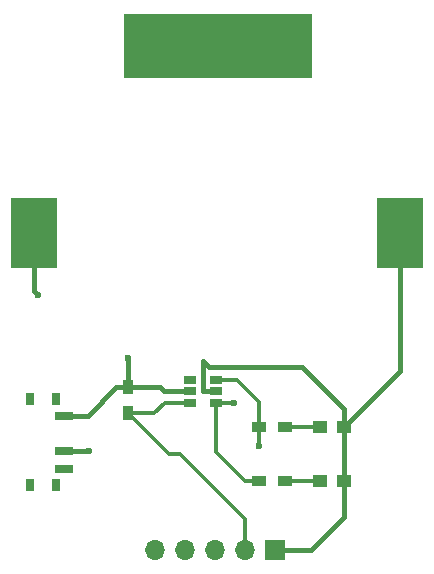
<source format=gbr>
G04 #@! TF.FileFunction,Copper,L1,Top,Signal*
%FSLAX46Y46*%
G04 Gerber Fmt 4.6, Leading zero omitted, Abs format (unit mm)*
G04 Created by KiCad (PCBNEW 4.0.7) date Thu May 24 21:41:31 2018*
%MOMM*%
%LPD*%
G01*
G04 APERTURE LIST*
%ADD10C,0.100000*%
%ADD11R,4.000000X6.000000*%
%ADD12R,1.200000X1.000000*%
%ADD13R,1.700000X1.700000*%
%ADD14O,1.700000X1.700000*%
%ADD15R,0.900000X1.200000*%
%ADD16R,1.200000X0.900000*%
%ADD17R,1.500000X0.700000*%
%ADD18R,0.800000X1.000000*%
%ADD19R,1.060000X0.650000*%
%ADD20R,16.000000X5.500000*%
%ADD21C,0.600000*%
%ADD22C,0.400000*%
%ADD23C,0.300000*%
G04 APERTURE END LIST*
D10*
D11*
X164001100Y-105003600D03*
X133001100Y-105003600D03*
D12*
X159242000Y-121412000D03*
X157242000Y-121412000D03*
X159242000Y-125984000D03*
X157242000Y-125984000D03*
D13*
X153416000Y-131826000D03*
D14*
X150876000Y-131826000D03*
X148336000Y-131826000D03*
X145796000Y-131826000D03*
X143256000Y-131826000D03*
D15*
X140970000Y-120226000D03*
X140970000Y-118026000D03*
D16*
X152062000Y-121412000D03*
X154262000Y-121412000D03*
X152062000Y-125984000D03*
X154262000Y-125984000D03*
D17*
X135542000Y-120432000D03*
X135542000Y-123432000D03*
X135542000Y-124932000D03*
D18*
X132682000Y-119032000D03*
X132682000Y-126332000D03*
X134892000Y-126332000D03*
X134892000Y-119032000D03*
D19*
X148420000Y-119314000D03*
X148420000Y-118364000D03*
X148420000Y-117414000D03*
X146220000Y-117414000D03*
X146220000Y-119314000D03*
X146220000Y-118364000D03*
D20*
X148590000Y-89154000D03*
D21*
X133350000Y-110236000D03*
X137668000Y-123444000D03*
X152019000Y-123027440D03*
X149956520Y-119334280D03*
X140970000Y-115570000D03*
D22*
X148420000Y-118364000D02*
X147320000Y-118364000D01*
X159242000Y-119872000D02*
X159242000Y-121412000D01*
X155702000Y-116332000D02*
X159242000Y-119872000D01*
X147828000Y-116332000D02*
X155702000Y-116332000D01*
X147320000Y-115824000D02*
X147828000Y-116332000D01*
X147320000Y-118364000D02*
X147320000Y-115824000D01*
X164001100Y-105003600D02*
X164001100Y-116652900D01*
X164001100Y-116652900D02*
X159242000Y-121412000D01*
X159242000Y-121412000D02*
X159242000Y-129048000D01*
X159242000Y-129048000D02*
X156464000Y-131826000D01*
X156464000Y-131826000D02*
X153416000Y-131826000D01*
X135542000Y-123432000D02*
X137656000Y-123432000D01*
X133001100Y-109887100D02*
X133001100Y-105003600D01*
X133350000Y-110236000D02*
X133001100Y-109887100D01*
X137656000Y-123432000D02*
X137668000Y-123444000D01*
D23*
X157242000Y-121412000D02*
X154262000Y-121412000D01*
X154262000Y-125984000D02*
X157242000Y-125984000D01*
X150876000Y-131826000D02*
X150876000Y-129138680D01*
X144406440Y-123662440D02*
X140970000Y-120226000D01*
X145399760Y-123662440D02*
X144406440Y-123662440D01*
X150876000Y-129138680D02*
X145399760Y-123662440D01*
X146220000Y-119314000D02*
X144084000Y-119314000D01*
X143172000Y-120226000D02*
X140970000Y-120226000D01*
X144084000Y-119314000D02*
X143172000Y-120226000D01*
X152062000Y-122984440D02*
X152062000Y-121412000D01*
X152019000Y-123027440D02*
X152062000Y-122984440D01*
X148420000Y-117414000D02*
X150180000Y-117414000D01*
X152062000Y-119296000D02*
X152062000Y-121412000D01*
X150180000Y-117414000D02*
X152062000Y-119296000D01*
X149936240Y-119314000D02*
X148420000Y-119314000D01*
X149956520Y-119334280D02*
X149936240Y-119314000D01*
X148420000Y-119314000D02*
X148420000Y-123528000D01*
X150876000Y-125984000D02*
X152062000Y-125984000D01*
X148420000Y-123528000D02*
X150876000Y-125984000D01*
D22*
X140970000Y-118026000D02*
X139956720Y-118026000D01*
X137550720Y-120432000D02*
X135542000Y-120432000D01*
X139956720Y-118026000D02*
X137550720Y-120432000D01*
X146220000Y-118364000D02*
X143987520Y-118364000D01*
X143649520Y-118026000D02*
X140970000Y-118026000D01*
X143987520Y-118364000D02*
X143649520Y-118026000D01*
X140970000Y-118026000D02*
X140970000Y-115570000D01*
M02*

</source>
